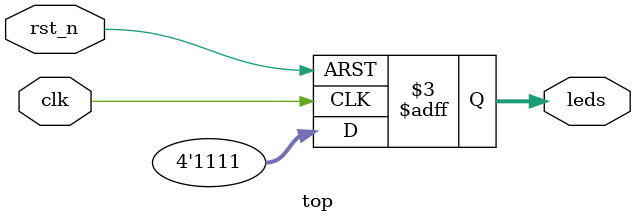
<source format=sv>
module top(
    input clk,
    input rst_n,

    output logic [3:0] leds
);

always_ff @(posedge clk, negedge rst_n  ) begin : TemplateFlipFlopBlock
    if(!rst_n) begin
        leds <= 4'd0;
    end
    else
    begin
        leds <= 4'd15;
    end
end

endmodule

</source>
